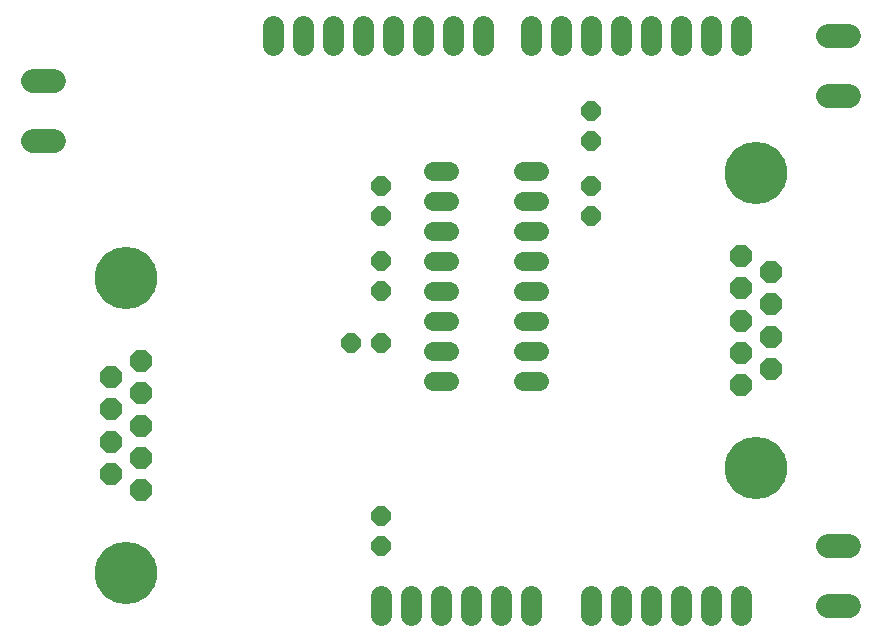
<source format=gts>
G75*
G70*
%OFA0B0*%
%FSLAX24Y24*%
%IPPOS*%
%LPD*%
%AMOC8*
5,1,8,0,0,1.08239X$1,22.5*
%
%ADD10C,0.0640*%
%ADD11OC8,0.0640*%
%ADD12OC8,0.0720*%
%ADD13C,0.2080*%
%ADD14C,0.0714*%
%ADD15C,0.0790*%
D10*
X014901Y009810D02*
X015461Y009810D01*
X015461Y010810D02*
X014901Y010810D01*
X014901Y011810D02*
X015461Y011810D01*
X015461Y012810D02*
X014901Y012810D01*
X014901Y013810D02*
X015461Y013810D01*
X015461Y014810D02*
X014901Y014810D01*
X014901Y015810D02*
X015461Y015810D01*
X015461Y016810D02*
X014901Y016810D01*
X017901Y016810D02*
X018461Y016810D01*
X018461Y015810D02*
X017901Y015810D01*
X017901Y014810D02*
X018461Y014810D01*
X018461Y013810D02*
X017901Y013810D01*
X017901Y012810D02*
X018461Y012810D01*
X018461Y011810D02*
X017901Y011810D01*
X017901Y010810D02*
X018461Y010810D01*
X018461Y009810D02*
X017901Y009810D01*
D11*
X013181Y011060D03*
X012181Y011060D03*
X013181Y012810D03*
X013181Y013810D03*
X013181Y015310D03*
X013181Y016310D03*
X020181Y016310D03*
X020181Y015310D03*
X020181Y017810D03*
X020181Y018810D03*
X013181Y005310D03*
X013181Y004310D03*
D12*
X005181Y006150D03*
X005181Y007230D03*
X004181Y006690D03*
X004181Y007770D03*
X005181Y008310D03*
X005181Y009390D03*
X004181Y008850D03*
X004181Y009930D03*
X005181Y010470D03*
X025181Y010730D03*
X025181Y011810D03*
X026181Y011270D03*
X026181Y010190D03*
X025181Y009650D03*
X026181Y012350D03*
X026181Y013430D03*
X025181Y012890D03*
X025181Y013970D03*
D13*
X004681Y003380D03*
X004681Y013240D03*
X025681Y016740D03*
X025681Y006880D03*
D14*
X025181Y002627D02*
X025181Y001993D01*
X024181Y001993D02*
X024181Y002627D01*
X023181Y002627D02*
X023181Y001993D01*
X022181Y001993D02*
X022181Y002627D01*
X021181Y002627D02*
X021181Y001993D01*
X020181Y001993D02*
X020181Y002627D01*
X018181Y002627D02*
X018181Y001993D01*
X017181Y001993D02*
X017181Y002627D01*
X016181Y002627D02*
X016181Y001993D01*
X015181Y001993D02*
X015181Y002627D01*
X014181Y002627D02*
X014181Y001993D01*
X013181Y001993D02*
X013181Y002627D01*
X013581Y020993D02*
X013581Y021627D01*
X012581Y021627D02*
X012581Y020993D01*
X011581Y020993D02*
X011581Y021627D01*
X010581Y021627D02*
X010581Y020993D01*
X009581Y020993D02*
X009581Y021627D01*
X014581Y021627D02*
X014581Y020993D01*
X015581Y020993D02*
X015581Y021627D01*
X016581Y021627D02*
X016581Y020993D01*
X018181Y020993D02*
X018181Y021627D01*
X019181Y021627D02*
X019181Y020993D01*
X020181Y020993D02*
X020181Y021627D01*
X021181Y021627D02*
X021181Y020993D01*
X022181Y020993D02*
X022181Y021627D01*
X023181Y021627D02*
X023181Y020993D01*
X024181Y020993D02*
X024181Y021627D01*
X025181Y021627D02*
X025181Y020993D01*
D15*
X028076Y021310D02*
X028786Y021310D01*
X028786Y019310D02*
X028076Y019310D01*
X028076Y004310D02*
X028786Y004310D01*
X028786Y002310D02*
X028076Y002310D01*
X002286Y017810D02*
X001576Y017810D01*
X001576Y019810D02*
X002286Y019810D01*
M02*

</source>
